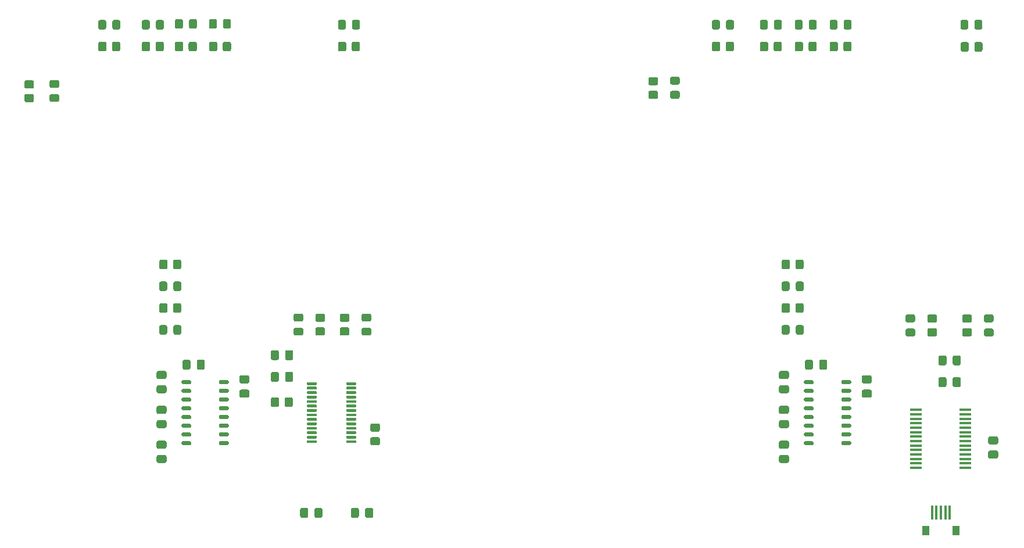
<source format=gbr>
%TF.GenerationSoftware,KiCad,Pcbnew,(5.1.9)-1*%
%TF.CreationDate,2021-10-15T17:24:20-04:00*%
%TF.ProjectId,Combined boards for stencil,436f6d62-696e-4656-9420-626f61726473,rev?*%
%TF.SameCoordinates,Original*%
%TF.FileFunction,Paste,Top*%
%TF.FilePolarity,Positive*%
%FSLAX46Y46*%
G04 Gerber Fmt 4.6, Leading zero omitted, Abs format (unit mm)*
G04 Created by KiCad (PCBNEW (5.1.9)-1) date 2021-10-15 17:24:20*
%MOMM*%
%LPD*%
G01*
G04 APERTURE LIST*
%ADD10R,1.750000X0.450000*%
%ADD11R,1.100000X1.350000*%
%ADD12R,0.400000X2.000000*%
G04 APERTURE END LIST*
%TO.C,R12*%
G36*
G01*
X119145000Y-77031001D02*
X119145000Y-76130999D01*
G75*
G02*
X119394999Y-75881000I249999J0D01*
G01*
X120095001Y-75881000D01*
G75*
G02*
X120345000Y-76130999I0J-249999D01*
G01*
X120345000Y-77031001D01*
G75*
G02*
X120095001Y-77281000I-249999J0D01*
G01*
X119394999Y-77281000D01*
G75*
G02*
X119145000Y-77031001I0J249999D01*
G01*
G37*
G36*
G01*
X117145000Y-77031001D02*
X117145000Y-76130999D01*
G75*
G02*
X117394999Y-75881000I249999J0D01*
G01*
X118095001Y-75881000D01*
G75*
G02*
X118345000Y-76130999I0J-249999D01*
G01*
X118345000Y-77031001D01*
G75*
G02*
X118095001Y-77281000I-249999J0D01*
G01*
X117394999Y-77281000D01*
G75*
G02*
X117145000Y-77031001I0J249999D01*
G01*
G37*
%TD*%
%TO.C,R11*%
G36*
G01*
X71709999Y-83504000D02*
X72610001Y-83504000D01*
G75*
G02*
X72860000Y-83753999I0J-249999D01*
G01*
X72860000Y-84454001D01*
G75*
G02*
X72610001Y-84704000I-249999J0D01*
G01*
X71709999Y-84704000D01*
G75*
G02*
X71460000Y-84454001I0J249999D01*
G01*
X71460000Y-83753999D01*
G75*
G02*
X71709999Y-83504000I249999J0D01*
G01*
G37*
G36*
G01*
X71709999Y-81504000D02*
X72610001Y-81504000D01*
G75*
G02*
X72860000Y-81753999I0J-249999D01*
G01*
X72860000Y-82454001D01*
G75*
G02*
X72610001Y-82704000I-249999J0D01*
G01*
X71709999Y-82704000D01*
G75*
G02*
X71460000Y-82454001I0J249999D01*
G01*
X71460000Y-81753999D01*
G75*
G02*
X71709999Y-81504000I249999J0D01*
G01*
G37*
%TD*%
%TO.C,R10*%
G36*
G01*
X89770000Y-76130999D02*
X89770000Y-77031001D01*
G75*
G02*
X89520001Y-77281000I-249999J0D01*
G01*
X88819999Y-77281000D01*
G75*
G02*
X88570000Y-77031001I0J249999D01*
G01*
X88570000Y-76130999D01*
G75*
G02*
X88819999Y-75881000I249999J0D01*
G01*
X89520001Y-75881000D01*
G75*
G02*
X89770000Y-76130999I0J-249999D01*
G01*
G37*
G36*
G01*
X91770000Y-76130999D02*
X91770000Y-77031001D01*
G75*
G02*
X91520001Y-77281000I-249999J0D01*
G01*
X90819999Y-77281000D01*
G75*
G02*
X90570000Y-77031001I0J249999D01*
G01*
X90570000Y-76130999D01*
G75*
G02*
X90819999Y-75881000I249999J0D01*
G01*
X91520001Y-75881000D01*
G75*
G02*
X91770000Y-76130999I0J-249999D01*
G01*
G37*
%TD*%
%TO.C,R9*%
G36*
G01*
X83420000Y-76130999D02*
X83420000Y-77031001D01*
G75*
G02*
X83170001Y-77281000I-249999J0D01*
G01*
X82469999Y-77281000D01*
G75*
G02*
X82220000Y-77031001I0J249999D01*
G01*
X82220000Y-76130999D01*
G75*
G02*
X82469999Y-75881000I249999J0D01*
G01*
X83170001Y-75881000D01*
G75*
G02*
X83420000Y-76130999I0J-249999D01*
G01*
G37*
G36*
G01*
X85420000Y-76130999D02*
X85420000Y-77031001D01*
G75*
G02*
X85170001Y-77281000I-249999J0D01*
G01*
X84469999Y-77281000D01*
G75*
G02*
X84220000Y-77031001I0J249999D01*
G01*
X84220000Y-76130999D01*
G75*
G02*
X84469999Y-75881000I249999J0D01*
G01*
X85170001Y-75881000D01*
G75*
G02*
X85420000Y-76130999I0J-249999D01*
G01*
G37*
%TD*%
%TO.C,D12*%
G36*
G01*
X119195000Y-73856001D02*
X119195000Y-72955999D01*
G75*
G02*
X119444999Y-72706000I249999J0D01*
G01*
X120095001Y-72706000D01*
G75*
G02*
X120345000Y-72955999I0J-249999D01*
G01*
X120345000Y-73856001D01*
G75*
G02*
X120095001Y-74106000I-249999J0D01*
G01*
X119444999Y-74106000D01*
G75*
G02*
X119195000Y-73856001I0J249999D01*
G01*
G37*
G36*
G01*
X117145000Y-73856001D02*
X117145000Y-72955999D01*
G75*
G02*
X117394999Y-72706000I249999J0D01*
G01*
X118045001Y-72706000D01*
G75*
G02*
X118295000Y-72955999I0J-249999D01*
G01*
X118295000Y-73856001D01*
G75*
G02*
X118045001Y-74106000I-249999J0D01*
G01*
X117394999Y-74106000D01*
G75*
G02*
X117145000Y-73856001I0J249999D01*
G01*
G37*
%TD*%
%TO.C,D11*%
G36*
G01*
X75368999Y-83508000D02*
X76269001Y-83508000D01*
G75*
G02*
X76519000Y-83757999I0J-249999D01*
G01*
X76519000Y-84408001D01*
G75*
G02*
X76269001Y-84658000I-249999J0D01*
G01*
X75368999Y-84658000D01*
G75*
G02*
X75119000Y-84408001I0J249999D01*
G01*
X75119000Y-83757999D01*
G75*
G02*
X75368999Y-83508000I249999J0D01*
G01*
G37*
G36*
G01*
X75368999Y-81458000D02*
X76269001Y-81458000D01*
G75*
G02*
X76519000Y-81707999I0J-249999D01*
G01*
X76519000Y-82358001D01*
G75*
G02*
X76269001Y-82608000I-249999J0D01*
G01*
X75368999Y-82608000D01*
G75*
G02*
X75119000Y-82358001I0J249999D01*
G01*
X75119000Y-81707999D01*
G75*
G02*
X75368999Y-81458000I249999J0D01*
G01*
G37*
%TD*%
%TO.C,D10*%
G36*
G01*
X89720000Y-72955999D02*
X89720000Y-73856001D01*
G75*
G02*
X89470001Y-74106000I-249999J0D01*
G01*
X88819999Y-74106000D01*
G75*
G02*
X88570000Y-73856001I0J249999D01*
G01*
X88570000Y-72955999D01*
G75*
G02*
X88819999Y-72706000I249999J0D01*
G01*
X89470001Y-72706000D01*
G75*
G02*
X89720000Y-72955999I0J-249999D01*
G01*
G37*
G36*
G01*
X91770000Y-72955999D02*
X91770000Y-73856001D01*
G75*
G02*
X91520001Y-74106000I-249999J0D01*
G01*
X90869999Y-74106000D01*
G75*
G02*
X90620000Y-73856001I0J249999D01*
G01*
X90620000Y-72955999D01*
G75*
G02*
X90869999Y-72706000I249999J0D01*
G01*
X91520001Y-72706000D01*
G75*
G02*
X91770000Y-72955999I0J-249999D01*
G01*
G37*
%TD*%
%TO.C,D9*%
G36*
G01*
X83370000Y-72955999D02*
X83370000Y-73856001D01*
G75*
G02*
X83120001Y-74106000I-249999J0D01*
G01*
X82469999Y-74106000D01*
G75*
G02*
X82220000Y-73856001I0J249999D01*
G01*
X82220000Y-72955999D01*
G75*
G02*
X82469999Y-72706000I249999J0D01*
G01*
X83120001Y-72706000D01*
G75*
G02*
X83370000Y-72955999I0J-249999D01*
G01*
G37*
G36*
G01*
X85420000Y-72955999D02*
X85420000Y-73856001D01*
G75*
G02*
X85170001Y-74106000I-249999J0D01*
G01*
X84519999Y-74106000D01*
G75*
G02*
X84270000Y-73856001I0J249999D01*
G01*
X84270000Y-72955999D01*
G75*
G02*
X84519999Y-72706000I249999J0D01*
G01*
X85170001Y-72706000D01*
G75*
G02*
X85420000Y-72955999I0J-249999D01*
G01*
G37*
%TD*%
%TO.C,C7*%
G36*
G01*
X109437500Y-122014000D02*
X109437500Y-121064000D01*
G75*
G02*
X109687500Y-120814000I250000J0D01*
G01*
X110362500Y-120814000D01*
G75*
G02*
X110612500Y-121064000I0J-250000D01*
G01*
X110612500Y-122014000D01*
G75*
G02*
X110362500Y-122264000I-250000J0D01*
G01*
X109687500Y-122264000D01*
G75*
G02*
X109437500Y-122014000I0J250000D01*
G01*
G37*
G36*
G01*
X107362500Y-122014000D02*
X107362500Y-121064000D01*
G75*
G02*
X107612500Y-120814000I250000J0D01*
G01*
X108287500Y-120814000D01*
G75*
G02*
X108537500Y-121064000I0J-250000D01*
G01*
X108537500Y-122014000D01*
G75*
G02*
X108287500Y-122264000I-250000J0D01*
G01*
X107612500Y-122264000D01*
G75*
G02*
X107362500Y-122014000I0J250000D01*
G01*
G37*
%TD*%
%TO.C,C6*%
G36*
G01*
X109437500Y-125189000D02*
X109437500Y-124239000D01*
G75*
G02*
X109687500Y-123989000I250000J0D01*
G01*
X110362500Y-123989000D01*
G75*
G02*
X110612500Y-124239000I0J-250000D01*
G01*
X110612500Y-125189000D01*
G75*
G02*
X110362500Y-125439000I-250000J0D01*
G01*
X109687500Y-125439000D01*
G75*
G02*
X109437500Y-125189000I0J250000D01*
G01*
G37*
G36*
G01*
X107362500Y-125189000D02*
X107362500Y-124239000D01*
G75*
G02*
X107612500Y-123989000I250000J0D01*
G01*
X108287500Y-123989000D01*
G75*
G02*
X108537500Y-124239000I0J-250000D01*
G01*
X108537500Y-125189000D01*
G75*
G02*
X108287500Y-125439000I-250000J0D01*
G01*
X107612500Y-125439000D01*
G75*
G02*
X107362500Y-125189000I0J250000D01*
G01*
G37*
%TD*%
%TO.C,U3*%
G36*
G01*
X118330000Y-125796000D02*
X118330000Y-125596000D01*
G75*
G02*
X118430000Y-125496000I100000J0D01*
G01*
X119705000Y-125496000D01*
G75*
G02*
X119805000Y-125596000I0J-100000D01*
G01*
X119805000Y-125796000D01*
G75*
G02*
X119705000Y-125896000I-100000J0D01*
G01*
X118430000Y-125896000D01*
G75*
G02*
X118330000Y-125796000I0J100000D01*
G01*
G37*
G36*
G01*
X118330000Y-126446000D02*
X118330000Y-126246000D01*
G75*
G02*
X118430000Y-126146000I100000J0D01*
G01*
X119705000Y-126146000D01*
G75*
G02*
X119805000Y-126246000I0J-100000D01*
G01*
X119805000Y-126446000D01*
G75*
G02*
X119705000Y-126546000I-100000J0D01*
G01*
X118430000Y-126546000D01*
G75*
G02*
X118330000Y-126446000I0J100000D01*
G01*
G37*
G36*
G01*
X118330000Y-127096000D02*
X118330000Y-126896000D01*
G75*
G02*
X118430000Y-126796000I100000J0D01*
G01*
X119705000Y-126796000D01*
G75*
G02*
X119805000Y-126896000I0J-100000D01*
G01*
X119805000Y-127096000D01*
G75*
G02*
X119705000Y-127196000I-100000J0D01*
G01*
X118430000Y-127196000D01*
G75*
G02*
X118330000Y-127096000I0J100000D01*
G01*
G37*
G36*
G01*
X118330000Y-127746000D02*
X118330000Y-127546000D01*
G75*
G02*
X118430000Y-127446000I100000J0D01*
G01*
X119705000Y-127446000D01*
G75*
G02*
X119805000Y-127546000I0J-100000D01*
G01*
X119805000Y-127746000D01*
G75*
G02*
X119705000Y-127846000I-100000J0D01*
G01*
X118430000Y-127846000D01*
G75*
G02*
X118330000Y-127746000I0J100000D01*
G01*
G37*
G36*
G01*
X118330000Y-128396000D02*
X118330000Y-128196000D01*
G75*
G02*
X118430000Y-128096000I100000J0D01*
G01*
X119705000Y-128096000D01*
G75*
G02*
X119805000Y-128196000I0J-100000D01*
G01*
X119805000Y-128396000D01*
G75*
G02*
X119705000Y-128496000I-100000J0D01*
G01*
X118430000Y-128496000D01*
G75*
G02*
X118330000Y-128396000I0J100000D01*
G01*
G37*
G36*
G01*
X118330000Y-129046000D02*
X118330000Y-128846000D01*
G75*
G02*
X118430000Y-128746000I100000J0D01*
G01*
X119705000Y-128746000D01*
G75*
G02*
X119805000Y-128846000I0J-100000D01*
G01*
X119805000Y-129046000D01*
G75*
G02*
X119705000Y-129146000I-100000J0D01*
G01*
X118430000Y-129146000D01*
G75*
G02*
X118330000Y-129046000I0J100000D01*
G01*
G37*
G36*
G01*
X118330000Y-129696000D02*
X118330000Y-129496000D01*
G75*
G02*
X118430000Y-129396000I100000J0D01*
G01*
X119705000Y-129396000D01*
G75*
G02*
X119805000Y-129496000I0J-100000D01*
G01*
X119805000Y-129696000D01*
G75*
G02*
X119705000Y-129796000I-100000J0D01*
G01*
X118430000Y-129796000D01*
G75*
G02*
X118330000Y-129696000I0J100000D01*
G01*
G37*
G36*
G01*
X118330000Y-130346000D02*
X118330000Y-130146000D01*
G75*
G02*
X118430000Y-130046000I100000J0D01*
G01*
X119705000Y-130046000D01*
G75*
G02*
X119805000Y-130146000I0J-100000D01*
G01*
X119805000Y-130346000D01*
G75*
G02*
X119705000Y-130446000I-100000J0D01*
G01*
X118430000Y-130446000D01*
G75*
G02*
X118330000Y-130346000I0J100000D01*
G01*
G37*
G36*
G01*
X118330000Y-130996000D02*
X118330000Y-130796000D01*
G75*
G02*
X118430000Y-130696000I100000J0D01*
G01*
X119705000Y-130696000D01*
G75*
G02*
X119805000Y-130796000I0J-100000D01*
G01*
X119805000Y-130996000D01*
G75*
G02*
X119705000Y-131096000I-100000J0D01*
G01*
X118430000Y-131096000D01*
G75*
G02*
X118330000Y-130996000I0J100000D01*
G01*
G37*
G36*
G01*
X118330000Y-131646000D02*
X118330000Y-131446000D01*
G75*
G02*
X118430000Y-131346000I100000J0D01*
G01*
X119705000Y-131346000D01*
G75*
G02*
X119805000Y-131446000I0J-100000D01*
G01*
X119805000Y-131646000D01*
G75*
G02*
X119705000Y-131746000I-100000J0D01*
G01*
X118430000Y-131746000D01*
G75*
G02*
X118330000Y-131646000I0J100000D01*
G01*
G37*
G36*
G01*
X118330000Y-132296000D02*
X118330000Y-132096000D01*
G75*
G02*
X118430000Y-131996000I100000J0D01*
G01*
X119705000Y-131996000D01*
G75*
G02*
X119805000Y-132096000I0J-100000D01*
G01*
X119805000Y-132296000D01*
G75*
G02*
X119705000Y-132396000I-100000J0D01*
G01*
X118430000Y-132396000D01*
G75*
G02*
X118330000Y-132296000I0J100000D01*
G01*
G37*
G36*
G01*
X118330000Y-132946000D02*
X118330000Y-132746000D01*
G75*
G02*
X118430000Y-132646000I100000J0D01*
G01*
X119705000Y-132646000D01*
G75*
G02*
X119805000Y-132746000I0J-100000D01*
G01*
X119805000Y-132946000D01*
G75*
G02*
X119705000Y-133046000I-100000J0D01*
G01*
X118430000Y-133046000D01*
G75*
G02*
X118330000Y-132946000I0J100000D01*
G01*
G37*
G36*
G01*
X118330000Y-133596000D02*
X118330000Y-133396000D01*
G75*
G02*
X118430000Y-133296000I100000J0D01*
G01*
X119705000Y-133296000D01*
G75*
G02*
X119805000Y-133396000I0J-100000D01*
G01*
X119805000Y-133596000D01*
G75*
G02*
X119705000Y-133696000I-100000J0D01*
G01*
X118430000Y-133696000D01*
G75*
G02*
X118330000Y-133596000I0J100000D01*
G01*
G37*
G36*
G01*
X118330000Y-134246000D02*
X118330000Y-134046000D01*
G75*
G02*
X118430000Y-133946000I100000J0D01*
G01*
X119705000Y-133946000D01*
G75*
G02*
X119805000Y-134046000I0J-100000D01*
G01*
X119805000Y-134246000D01*
G75*
G02*
X119705000Y-134346000I-100000J0D01*
G01*
X118430000Y-134346000D01*
G75*
G02*
X118330000Y-134246000I0J100000D01*
G01*
G37*
G36*
G01*
X112605000Y-134246000D02*
X112605000Y-134046000D01*
G75*
G02*
X112705000Y-133946000I100000J0D01*
G01*
X113980000Y-133946000D01*
G75*
G02*
X114080000Y-134046000I0J-100000D01*
G01*
X114080000Y-134246000D01*
G75*
G02*
X113980000Y-134346000I-100000J0D01*
G01*
X112705000Y-134346000D01*
G75*
G02*
X112605000Y-134246000I0J100000D01*
G01*
G37*
G36*
G01*
X112605000Y-133596000D02*
X112605000Y-133396000D01*
G75*
G02*
X112705000Y-133296000I100000J0D01*
G01*
X113980000Y-133296000D01*
G75*
G02*
X114080000Y-133396000I0J-100000D01*
G01*
X114080000Y-133596000D01*
G75*
G02*
X113980000Y-133696000I-100000J0D01*
G01*
X112705000Y-133696000D01*
G75*
G02*
X112605000Y-133596000I0J100000D01*
G01*
G37*
G36*
G01*
X112605000Y-132946000D02*
X112605000Y-132746000D01*
G75*
G02*
X112705000Y-132646000I100000J0D01*
G01*
X113980000Y-132646000D01*
G75*
G02*
X114080000Y-132746000I0J-100000D01*
G01*
X114080000Y-132946000D01*
G75*
G02*
X113980000Y-133046000I-100000J0D01*
G01*
X112705000Y-133046000D01*
G75*
G02*
X112605000Y-132946000I0J100000D01*
G01*
G37*
G36*
G01*
X112605000Y-132296000D02*
X112605000Y-132096000D01*
G75*
G02*
X112705000Y-131996000I100000J0D01*
G01*
X113980000Y-131996000D01*
G75*
G02*
X114080000Y-132096000I0J-100000D01*
G01*
X114080000Y-132296000D01*
G75*
G02*
X113980000Y-132396000I-100000J0D01*
G01*
X112705000Y-132396000D01*
G75*
G02*
X112605000Y-132296000I0J100000D01*
G01*
G37*
G36*
G01*
X112605000Y-131646000D02*
X112605000Y-131446000D01*
G75*
G02*
X112705000Y-131346000I100000J0D01*
G01*
X113980000Y-131346000D01*
G75*
G02*
X114080000Y-131446000I0J-100000D01*
G01*
X114080000Y-131646000D01*
G75*
G02*
X113980000Y-131746000I-100000J0D01*
G01*
X112705000Y-131746000D01*
G75*
G02*
X112605000Y-131646000I0J100000D01*
G01*
G37*
G36*
G01*
X112605000Y-130996000D02*
X112605000Y-130796000D01*
G75*
G02*
X112705000Y-130696000I100000J0D01*
G01*
X113980000Y-130696000D01*
G75*
G02*
X114080000Y-130796000I0J-100000D01*
G01*
X114080000Y-130996000D01*
G75*
G02*
X113980000Y-131096000I-100000J0D01*
G01*
X112705000Y-131096000D01*
G75*
G02*
X112605000Y-130996000I0J100000D01*
G01*
G37*
G36*
G01*
X112605000Y-130346000D02*
X112605000Y-130146000D01*
G75*
G02*
X112705000Y-130046000I100000J0D01*
G01*
X113980000Y-130046000D01*
G75*
G02*
X114080000Y-130146000I0J-100000D01*
G01*
X114080000Y-130346000D01*
G75*
G02*
X113980000Y-130446000I-100000J0D01*
G01*
X112705000Y-130446000D01*
G75*
G02*
X112605000Y-130346000I0J100000D01*
G01*
G37*
G36*
G01*
X112605000Y-129696000D02*
X112605000Y-129496000D01*
G75*
G02*
X112705000Y-129396000I100000J0D01*
G01*
X113980000Y-129396000D01*
G75*
G02*
X114080000Y-129496000I0J-100000D01*
G01*
X114080000Y-129696000D01*
G75*
G02*
X113980000Y-129796000I-100000J0D01*
G01*
X112705000Y-129796000D01*
G75*
G02*
X112605000Y-129696000I0J100000D01*
G01*
G37*
G36*
G01*
X112605000Y-129046000D02*
X112605000Y-128846000D01*
G75*
G02*
X112705000Y-128746000I100000J0D01*
G01*
X113980000Y-128746000D01*
G75*
G02*
X114080000Y-128846000I0J-100000D01*
G01*
X114080000Y-129046000D01*
G75*
G02*
X113980000Y-129146000I-100000J0D01*
G01*
X112705000Y-129146000D01*
G75*
G02*
X112605000Y-129046000I0J100000D01*
G01*
G37*
G36*
G01*
X112605000Y-128396000D02*
X112605000Y-128196000D01*
G75*
G02*
X112705000Y-128096000I100000J0D01*
G01*
X113980000Y-128096000D01*
G75*
G02*
X114080000Y-128196000I0J-100000D01*
G01*
X114080000Y-128396000D01*
G75*
G02*
X113980000Y-128496000I-100000J0D01*
G01*
X112705000Y-128496000D01*
G75*
G02*
X112605000Y-128396000I0J100000D01*
G01*
G37*
G36*
G01*
X112605000Y-127746000D02*
X112605000Y-127546000D01*
G75*
G02*
X112705000Y-127446000I100000J0D01*
G01*
X113980000Y-127446000D01*
G75*
G02*
X114080000Y-127546000I0J-100000D01*
G01*
X114080000Y-127746000D01*
G75*
G02*
X113980000Y-127846000I-100000J0D01*
G01*
X112705000Y-127846000D01*
G75*
G02*
X112605000Y-127746000I0J100000D01*
G01*
G37*
G36*
G01*
X112605000Y-127096000D02*
X112605000Y-126896000D01*
G75*
G02*
X112705000Y-126796000I100000J0D01*
G01*
X113980000Y-126796000D01*
G75*
G02*
X114080000Y-126896000I0J-100000D01*
G01*
X114080000Y-127096000D01*
G75*
G02*
X113980000Y-127196000I-100000J0D01*
G01*
X112705000Y-127196000D01*
G75*
G02*
X112605000Y-127096000I0J100000D01*
G01*
G37*
G36*
G01*
X112605000Y-126446000D02*
X112605000Y-126246000D01*
G75*
G02*
X112705000Y-126146000I100000J0D01*
G01*
X113980000Y-126146000D01*
G75*
G02*
X114080000Y-126246000I0J-100000D01*
G01*
X114080000Y-126446000D01*
G75*
G02*
X113980000Y-126546000I-100000J0D01*
G01*
X112705000Y-126546000D01*
G75*
G02*
X112605000Y-126446000I0J100000D01*
G01*
G37*
G36*
G01*
X112605000Y-125796000D02*
X112605000Y-125596000D01*
G75*
G02*
X112705000Y-125496000I100000J0D01*
G01*
X113980000Y-125496000D01*
G75*
G02*
X114080000Y-125596000I0J-100000D01*
G01*
X114080000Y-125796000D01*
G75*
G02*
X113980000Y-125896000I-100000J0D01*
G01*
X112705000Y-125896000D01*
G75*
G02*
X112605000Y-125796000I0J100000D01*
G01*
G37*
%TD*%
%TO.C,R8*%
G36*
G01*
X109366000Y-128847001D02*
X109366000Y-127946999D01*
G75*
G02*
X109615999Y-127697000I249999J0D01*
G01*
X110316001Y-127697000D01*
G75*
G02*
X110566000Y-127946999I0J-249999D01*
G01*
X110566000Y-128847001D01*
G75*
G02*
X110316001Y-129097000I-249999J0D01*
G01*
X109615999Y-129097000D01*
G75*
G02*
X109366000Y-128847001I0J249999D01*
G01*
G37*
G36*
G01*
X107366000Y-128847001D02*
X107366000Y-127946999D01*
G75*
G02*
X107615999Y-127697000I249999J0D01*
G01*
X108316001Y-127697000D01*
G75*
G02*
X108566000Y-127946999I0J-249999D01*
G01*
X108566000Y-128847001D01*
G75*
G02*
X108316001Y-129097000I-249999J0D01*
G01*
X107615999Y-129097000D01*
G75*
G02*
X107366000Y-128847001I0J249999D01*
G01*
G37*
%TD*%
%TO.C,R7*%
G36*
G01*
X122104999Y-133496000D02*
X123005001Y-133496000D01*
G75*
G02*
X123255000Y-133745999I0J-249999D01*
G01*
X123255000Y-134446001D01*
G75*
G02*
X123005001Y-134696000I-249999J0D01*
G01*
X122104999Y-134696000D01*
G75*
G02*
X121855000Y-134446001I0J249999D01*
G01*
X121855000Y-133745999D01*
G75*
G02*
X122104999Y-133496000I249999J0D01*
G01*
G37*
G36*
G01*
X122104999Y-131496000D02*
X123005001Y-131496000D01*
G75*
G02*
X123255000Y-131745999I0J-249999D01*
G01*
X123255000Y-132446001D01*
G75*
G02*
X123005001Y-132696000I-249999J0D01*
G01*
X122104999Y-132696000D01*
G75*
G02*
X121855000Y-132446001I0J249999D01*
G01*
X121855000Y-131745999D01*
G75*
G02*
X122104999Y-131496000I249999J0D01*
G01*
G37*
%TD*%
%TO.C,C9*%
G36*
G01*
X112812500Y-144051000D02*
X112812500Y-145001000D01*
G75*
G02*
X112562500Y-145251000I-250000J0D01*
G01*
X111887500Y-145251000D01*
G75*
G02*
X111637500Y-145001000I0J250000D01*
G01*
X111637500Y-144051000D01*
G75*
G02*
X111887500Y-143801000I250000J0D01*
G01*
X112562500Y-143801000D01*
G75*
G02*
X112812500Y-144051000I0J-250000D01*
G01*
G37*
G36*
G01*
X114887500Y-144051000D02*
X114887500Y-145001000D01*
G75*
G02*
X114637500Y-145251000I-250000J0D01*
G01*
X113962500Y-145251000D01*
G75*
G02*
X113712500Y-145001000I0J250000D01*
G01*
X113712500Y-144051000D01*
G75*
G02*
X113962500Y-143801000I250000J0D01*
G01*
X114637500Y-143801000D01*
G75*
G02*
X114887500Y-144051000I0J-250000D01*
G01*
G37*
%TD*%
%TO.C,C8*%
G36*
G01*
X121100000Y-145001000D02*
X121100000Y-144051000D01*
G75*
G02*
X121350000Y-143801000I250000J0D01*
G01*
X122025000Y-143801000D01*
G75*
G02*
X122275000Y-144051000I0J-250000D01*
G01*
X122275000Y-145001000D01*
G75*
G02*
X122025000Y-145251000I-250000J0D01*
G01*
X121350000Y-145251000D01*
G75*
G02*
X121100000Y-145001000I0J250000D01*
G01*
G37*
G36*
G01*
X119025000Y-145001000D02*
X119025000Y-144051000D01*
G75*
G02*
X119275000Y-143801000I250000J0D01*
G01*
X119950000Y-143801000D01*
G75*
G02*
X120200000Y-144051000I0J-250000D01*
G01*
X120200000Y-145001000D01*
G75*
G02*
X119950000Y-145251000I-250000J0D01*
G01*
X119275000Y-145251000D01*
G75*
G02*
X119025000Y-145001000I0J250000D01*
G01*
G37*
%TD*%
%TO.C,R6*%
G36*
G01*
X92310000Y-107880999D02*
X92310000Y-108781001D01*
G75*
G02*
X92060001Y-109031000I-249999J0D01*
G01*
X91359999Y-109031000D01*
G75*
G02*
X91110000Y-108781001I0J249999D01*
G01*
X91110000Y-107880999D01*
G75*
G02*
X91359999Y-107631000I249999J0D01*
G01*
X92060001Y-107631000D01*
G75*
G02*
X92310000Y-107880999I0J-249999D01*
G01*
G37*
G36*
G01*
X94310000Y-107880999D02*
X94310000Y-108781001D01*
G75*
G02*
X94060001Y-109031000I-249999J0D01*
G01*
X93359999Y-109031000D01*
G75*
G02*
X93110000Y-108781001I0J249999D01*
G01*
X93110000Y-107880999D01*
G75*
G02*
X93359999Y-107631000I249999J0D01*
G01*
X94060001Y-107631000D01*
G75*
G02*
X94310000Y-107880999I0J-249999D01*
G01*
G37*
%TD*%
%TO.C,R5*%
G36*
G01*
X92310000Y-114230999D02*
X92310000Y-115131001D01*
G75*
G02*
X92060001Y-115381000I-249999J0D01*
G01*
X91359999Y-115381000D01*
G75*
G02*
X91110000Y-115131001I0J249999D01*
G01*
X91110000Y-114230999D01*
G75*
G02*
X91359999Y-113981000I249999J0D01*
G01*
X92060001Y-113981000D01*
G75*
G02*
X92310000Y-114230999I0J-249999D01*
G01*
G37*
G36*
G01*
X94310000Y-114230999D02*
X94310000Y-115131001D01*
G75*
G02*
X94060001Y-115381000I-249999J0D01*
G01*
X93359999Y-115381000D01*
G75*
G02*
X93110000Y-115131001I0J249999D01*
G01*
X93110000Y-114230999D01*
G75*
G02*
X93359999Y-113981000I249999J0D01*
G01*
X94060001Y-113981000D01*
G75*
G02*
X94310000Y-114230999I0J-249999D01*
G01*
G37*
%TD*%
%TO.C,R4*%
G36*
G01*
X94580000Y-76130999D02*
X94580000Y-77031001D01*
G75*
G02*
X94330001Y-77281000I-249999J0D01*
G01*
X93629999Y-77281000D01*
G75*
G02*
X93380000Y-77031001I0J249999D01*
G01*
X93380000Y-76130999D01*
G75*
G02*
X93629999Y-75881000I249999J0D01*
G01*
X94330001Y-75881000D01*
G75*
G02*
X94580000Y-76130999I0J-249999D01*
G01*
G37*
G36*
G01*
X96580000Y-76130999D02*
X96580000Y-77031001D01*
G75*
G02*
X96330001Y-77281000I-249999J0D01*
G01*
X95629999Y-77281000D01*
G75*
G02*
X95380000Y-77031001I0J249999D01*
G01*
X95380000Y-76130999D01*
G75*
G02*
X95629999Y-75881000I249999J0D01*
G01*
X96330001Y-75881000D01*
G75*
G02*
X96580000Y-76130999I0J-249999D01*
G01*
G37*
%TD*%
%TO.C,R3*%
G36*
G01*
X99565000Y-76130999D02*
X99565000Y-77031001D01*
G75*
G02*
X99315001Y-77281000I-249999J0D01*
G01*
X98614999Y-77281000D01*
G75*
G02*
X98365000Y-77031001I0J249999D01*
G01*
X98365000Y-76130999D01*
G75*
G02*
X98614999Y-75881000I249999J0D01*
G01*
X99315001Y-75881000D01*
G75*
G02*
X99565000Y-76130999I0J-249999D01*
G01*
G37*
G36*
G01*
X101565000Y-76130999D02*
X101565000Y-77031001D01*
G75*
G02*
X101315001Y-77281000I-249999J0D01*
G01*
X100614999Y-77281000D01*
G75*
G02*
X100365000Y-77031001I0J249999D01*
G01*
X100365000Y-76130999D01*
G75*
G02*
X100614999Y-75881000I249999J0D01*
G01*
X101315001Y-75881000D01*
G75*
G02*
X101565000Y-76130999I0J-249999D01*
G01*
G37*
%TD*%
%TO.C,R2*%
G36*
G01*
X114103999Y-117494000D02*
X115004001Y-117494000D01*
G75*
G02*
X115254000Y-117743999I0J-249999D01*
G01*
X115254000Y-118444001D01*
G75*
G02*
X115004001Y-118694000I-249999J0D01*
G01*
X114103999Y-118694000D01*
G75*
G02*
X113854000Y-118444001I0J249999D01*
G01*
X113854000Y-117743999D01*
G75*
G02*
X114103999Y-117494000I249999J0D01*
G01*
G37*
G36*
G01*
X114103999Y-115494000D02*
X115004001Y-115494000D01*
G75*
G02*
X115254000Y-115743999I0J-249999D01*
G01*
X115254000Y-116444001D01*
G75*
G02*
X115004001Y-116694000I-249999J0D01*
G01*
X114103999Y-116694000D01*
G75*
G02*
X113854000Y-116444001I0J249999D01*
G01*
X113854000Y-115743999D01*
G75*
G02*
X114103999Y-115494000I249999J0D01*
G01*
G37*
%TD*%
%TO.C,R1*%
G36*
G01*
X117659999Y-117494000D02*
X118560001Y-117494000D01*
G75*
G02*
X118810000Y-117743999I0J-249999D01*
G01*
X118810000Y-118444001D01*
G75*
G02*
X118560001Y-118694000I-249999J0D01*
G01*
X117659999Y-118694000D01*
G75*
G02*
X117410000Y-118444001I0J249999D01*
G01*
X117410000Y-117743999D01*
G75*
G02*
X117659999Y-117494000I249999J0D01*
G01*
G37*
G36*
G01*
X117659999Y-115494000D02*
X118560001Y-115494000D01*
G75*
G02*
X118810000Y-115743999I0J-249999D01*
G01*
X118810000Y-116444001D01*
G75*
G02*
X118560001Y-116694000I-249999J0D01*
G01*
X117659999Y-116694000D01*
G75*
G02*
X117410000Y-116444001I0J249999D01*
G01*
X117410000Y-115743999D01*
G75*
G02*
X117659999Y-115494000I249999J0D01*
G01*
G37*
%TD*%
%TO.C,D6*%
G36*
G01*
X92260000Y-111055999D02*
X92260000Y-111956001D01*
G75*
G02*
X92010001Y-112206000I-249999J0D01*
G01*
X91359999Y-112206000D01*
G75*
G02*
X91110000Y-111956001I0J249999D01*
G01*
X91110000Y-111055999D01*
G75*
G02*
X91359999Y-110806000I249999J0D01*
G01*
X92010001Y-110806000D01*
G75*
G02*
X92260000Y-111055999I0J-249999D01*
G01*
G37*
G36*
G01*
X94310000Y-111055999D02*
X94310000Y-111956001D01*
G75*
G02*
X94060001Y-112206000I-249999J0D01*
G01*
X93409999Y-112206000D01*
G75*
G02*
X93160000Y-111956001I0J249999D01*
G01*
X93160000Y-111055999D01*
G75*
G02*
X93409999Y-110806000I249999J0D01*
G01*
X94060001Y-110806000D01*
G75*
G02*
X94310000Y-111055999I0J-249999D01*
G01*
G37*
%TD*%
%TO.C,D5*%
G36*
G01*
X92260000Y-117405999D02*
X92260000Y-118306001D01*
G75*
G02*
X92010001Y-118556000I-249999J0D01*
G01*
X91359999Y-118556000D01*
G75*
G02*
X91110000Y-118306001I0J249999D01*
G01*
X91110000Y-117405999D01*
G75*
G02*
X91359999Y-117156000I249999J0D01*
G01*
X92010001Y-117156000D01*
G75*
G02*
X92260000Y-117405999I0J-249999D01*
G01*
G37*
G36*
G01*
X94310000Y-117405999D02*
X94310000Y-118306001D01*
G75*
G02*
X94060001Y-118556000I-249999J0D01*
G01*
X93409999Y-118556000D01*
G75*
G02*
X93160000Y-118306001I0J249999D01*
G01*
X93160000Y-117405999D01*
G75*
G02*
X93409999Y-117156000I249999J0D01*
G01*
X94060001Y-117156000D01*
G75*
G02*
X94310000Y-117405999I0J-249999D01*
G01*
G37*
%TD*%
%TO.C,D4*%
G36*
G01*
X94546000Y-72828999D02*
X94546000Y-73729001D01*
G75*
G02*
X94296001Y-73979000I-249999J0D01*
G01*
X93645999Y-73979000D01*
G75*
G02*
X93396000Y-73729001I0J249999D01*
G01*
X93396000Y-72828999D01*
G75*
G02*
X93645999Y-72579000I249999J0D01*
G01*
X94296001Y-72579000D01*
G75*
G02*
X94546000Y-72828999I0J-249999D01*
G01*
G37*
G36*
G01*
X96596000Y-72828999D02*
X96596000Y-73729001D01*
G75*
G02*
X96346001Y-73979000I-249999J0D01*
G01*
X95695999Y-73979000D01*
G75*
G02*
X95446000Y-73729001I0J249999D01*
G01*
X95446000Y-72828999D01*
G75*
G02*
X95695999Y-72579000I249999J0D01*
G01*
X96346001Y-72579000D01*
G75*
G02*
X96596000Y-72828999I0J-249999D01*
G01*
G37*
%TD*%
%TO.C,D3*%
G36*
G01*
X99499000Y-72828999D02*
X99499000Y-73729001D01*
G75*
G02*
X99249001Y-73979000I-249999J0D01*
G01*
X98598999Y-73979000D01*
G75*
G02*
X98349000Y-73729001I0J249999D01*
G01*
X98349000Y-72828999D01*
G75*
G02*
X98598999Y-72579000I249999J0D01*
G01*
X99249001Y-72579000D01*
G75*
G02*
X99499000Y-72828999I0J-249999D01*
G01*
G37*
G36*
G01*
X101549000Y-72828999D02*
X101549000Y-73729001D01*
G75*
G02*
X101299001Y-73979000I-249999J0D01*
G01*
X100648999Y-73979000D01*
G75*
G02*
X100399000Y-73729001I0J249999D01*
G01*
X100399000Y-72828999D01*
G75*
G02*
X100648999Y-72579000I249999J0D01*
G01*
X101299001Y-72579000D01*
G75*
G02*
X101549000Y-72828999I0J-249999D01*
G01*
G37*
%TD*%
%TO.C,D2*%
G36*
G01*
X110928999Y-117544000D02*
X111829001Y-117544000D01*
G75*
G02*
X112079000Y-117793999I0J-249999D01*
G01*
X112079000Y-118444001D01*
G75*
G02*
X111829001Y-118694000I-249999J0D01*
G01*
X110928999Y-118694000D01*
G75*
G02*
X110679000Y-118444001I0J249999D01*
G01*
X110679000Y-117793999D01*
G75*
G02*
X110928999Y-117544000I249999J0D01*
G01*
G37*
G36*
G01*
X110928999Y-115494000D02*
X111829001Y-115494000D01*
G75*
G02*
X112079000Y-115743999I0J-249999D01*
G01*
X112079000Y-116394001D01*
G75*
G02*
X111829001Y-116644000I-249999J0D01*
G01*
X110928999Y-116644000D01*
G75*
G02*
X110679000Y-116394001I0J249999D01*
G01*
X110679000Y-115743999D01*
G75*
G02*
X110928999Y-115494000I249999J0D01*
G01*
G37*
%TD*%
%TO.C,D1*%
G36*
G01*
X120834999Y-117544000D02*
X121735001Y-117544000D01*
G75*
G02*
X121985000Y-117793999I0J-249999D01*
G01*
X121985000Y-118444001D01*
G75*
G02*
X121735001Y-118694000I-249999J0D01*
G01*
X120834999Y-118694000D01*
G75*
G02*
X120585000Y-118444001I0J249999D01*
G01*
X120585000Y-117793999D01*
G75*
G02*
X120834999Y-117544000I249999J0D01*
G01*
G37*
G36*
G01*
X120834999Y-115494000D02*
X121735001Y-115494000D01*
G75*
G02*
X121985000Y-115743999I0J-249999D01*
G01*
X121985000Y-116394001D01*
G75*
G02*
X121735001Y-116644000I-249999J0D01*
G01*
X120834999Y-116644000D01*
G75*
G02*
X120585000Y-116394001I0J249999D01*
G01*
X120585000Y-115743999D01*
G75*
G02*
X120834999Y-115494000I249999J0D01*
G01*
G37*
%TD*%
%TO.C,U2*%
G36*
G01*
X94543996Y-125176001D02*
X95586002Y-125176001D01*
G75*
G02*
X95789999Y-125379998I0J-203997D01*
G01*
X95789999Y-125572002D01*
G75*
G02*
X95586002Y-125775999I-203997J0D01*
G01*
X94543996Y-125775999D01*
G75*
G02*
X94339999Y-125572002I0J203997D01*
G01*
X94339999Y-125379998D01*
G75*
G02*
X94543996Y-125176001I203997J0D01*
G01*
G37*
G36*
G01*
X94543996Y-126446001D02*
X95586002Y-126446001D01*
G75*
G02*
X95789999Y-126649998I0J-203997D01*
G01*
X95789999Y-126842002D01*
G75*
G02*
X95586002Y-127045999I-203997J0D01*
G01*
X94543996Y-127045999D01*
G75*
G02*
X94339999Y-126842002I0J203997D01*
G01*
X94339999Y-126649998D01*
G75*
G02*
X94543996Y-126446001I203997J0D01*
G01*
G37*
G36*
G01*
X94543996Y-127716001D02*
X95586002Y-127716001D01*
G75*
G02*
X95789999Y-127919998I0J-203997D01*
G01*
X95789999Y-128112002D01*
G75*
G02*
X95586002Y-128315999I-203997J0D01*
G01*
X94543996Y-128315999D01*
G75*
G02*
X94339999Y-128112002I0J203997D01*
G01*
X94339999Y-127919998D01*
G75*
G02*
X94543996Y-127716001I203997J0D01*
G01*
G37*
G36*
G01*
X94543996Y-128986001D02*
X95586002Y-128986001D01*
G75*
G02*
X95789999Y-129189998I0J-203997D01*
G01*
X95789999Y-129382002D01*
G75*
G02*
X95586002Y-129585999I-203997J0D01*
G01*
X94543996Y-129585999D01*
G75*
G02*
X94339999Y-129382002I0J203997D01*
G01*
X94339999Y-129189998D01*
G75*
G02*
X94543996Y-128986001I203997J0D01*
G01*
G37*
G36*
G01*
X94543996Y-130256001D02*
X95586002Y-130256001D01*
G75*
G02*
X95789999Y-130459998I0J-203997D01*
G01*
X95789999Y-130652002D01*
G75*
G02*
X95586002Y-130855999I-203997J0D01*
G01*
X94543996Y-130855999D01*
G75*
G02*
X94339999Y-130652002I0J203997D01*
G01*
X94339999Y-130459998D01*
G75*
G02*
X94543996Y-130256001I203997J0D01*
G01*
G37*
G36*
G01*
X94543996Y-131526001D02*
X95586002Y-131526001D01*
G75*
G02*
X95789999Y-131729998I0J-203997D01*
G01*
X95789999Y-131922002D01*
G75*
G02*
X95586002Y-132125999I-203997J0D01*
G01*
X94543996Y-132125999D01*
G75*
G02*
X94339999Y-131922002I0J203997D01*
G01*
X94339999Y-131729998D01*
G75*
G02*
X94543996Y-131526001I203997J0D01*
G01*
G37*
G36*
G01*
X94543996Y-132796001D02*
X95586002Y-132796001D01*
G75*
G02*
X95789999Y-132999998I0J-203997D01*
G01*
X95789999Y-133192002D01*
G75*
G02*
X95586002Y-133395999I-203997J0D01*
G01*
X94543996Y-133395999D01*
G75*
G02*
X94339999Y-133192002I0J203997D01*
G01*
X94339999Y-132999998D01*
G75*
G02*
X94543996Y-132796001I203997J0D01*
G01*
G37*
G36*
G01*
X94543996Y-134066001D02*
X95586002Y-134066001D01*
G75*
G02*
X95789999Y-134269998I0J-203997D01*
G01*
X95789999Y-134462002D01*
G75*
G02*
X95586002Y-134665999I-203997J0D01*
G01*
X94543996Y-134665999D01*
G75*
G02*
X94339999Y-134462002I0J203997D01*
G01*
X94339999Y-134269998D01*
G75*
G02*
X94543996Y-134066001I203997J0D01*
G01*
G37*
G36*
G01*
X99993995Y-125176001D02*
X101036001Y-125176001D01*
G75*
G02*
X101239998Y-125379998I0J-203997D01*
G01*
X101239998Y-125572002D01*
G75*
G02*
X101036001Y-125775999I-203997J0D01*
G01*
X99993995Y-125775999D01*
G75*
G02*
X99789998Y-125572002I0J203997D01*
G01*
X99789998Y-125379998D01*
G75*
G02*
X99993995Y-125176001I203997J0D01*
G01*
G37*
G36*
G01*
X99993995Y-126446001D02*
X101036001Y-126446001D01*
G75*
G02*
X101239998Y-126649998I0J-203997D01*
G01*
X101239998Y-126842002D01*
G75*
G02*
X101036001Y-127045999I-203997J0D01*
G01*
X99993995Y-127045999D01*
G75*
G02*
X99789998Y-126842002I0J203997D01*
G01*
X99789998Y-126649998D01*
G75*
G02*
X99993995Y-126446001I203997J0D01*
G01*
G37*
G36*
G01*
X99993995Y-127716001D02*
X101036001Y-127716001D01*
G75*
G02*
X101239998Y-127919998I0J-203997D01*
G01*
X101239998Y-128112002D01*
G75*
G02*
X101036001Y-128315999I-203997J0D01*
G01*
X99993995Y-128315999D01*
G75*
G02*
X99789998Y-128112002I0J203997D01*
G01*
X99789998Y-127919998D01*
G75*
G02*
X99993995Y-127716001I203997J0D01*
G01*
G37*
G36*
G01*
X99993995Y-128986001D02*
X101036001Y-128986001D01*
G75*
G02*
X101239998Y-129189998I0J-203997D01*
G01*
X101239998Y-129382002D01*
G75*
G02*
X101036001Y-129585999I-203997J0D01*
G01*
X99993995Y-129585999D01*
G75*
G02*
X99789998Y-129382002I0J203997D01*
G01*
X99789998Y-129189998D01*
G75*
G02*
X99993995Y-128986001I203997J0D01*
G01*
G37*
G36*
G01*
X99993995Y-130256001D02*
X101036001Y-130256001D01*
G75*
G02*
X101239998Y-130459998I0J-203997D01*
G01*
X101239998Y-130652002D01*
G75*
G02*
X101036001Y-130855999I-203997J0D01*
G01*
X99993995Y-130855999D01*
G75*
G02*
X99789998Y-130652002I0J203997D01*
G01*
X99789998Y-130459998D01*
G75*
G02*
X99993995Y-130256001I203997J0D01*
G01*
G37*
G36*
G01*
X99993995Y-131526001D02*
X101036001Y-131526001D01*
G75*
G02*
X101239998Y-131729998I0J-203997D01*
G01*
X101239998Y-131922002D01*
G75*
G02*
X101036001Y-132125999I-203997J0D01*
G01*
X99993995Y-132125999D01*
G75*
G02*
X99789998Y-131922002I0J203997D01*
G01*
X99789998Y-131729998D01*
G75*
G02*
X99993995Y-131526001I203997J0D01*
G01*
G37*
G36*
G01*
X99993995Y-132796001D02*
X101036001Y-132796001D01*
G75*
G02*
X101239998Y-132999998I0J-203997D01*
G01*
X101239998Y-133192002D01*
G75*
G02*
X101036001Y-133395999I-203997J0D01*
G01*
X99993995Y-133395999D01*
G75*
G02*
X99789998Y-133192002I0J203997D01*
G01*
X99789998Y-132999998D01*
G75*
G02*
X99993995Y-132796001I203997J0D01*
G01*
G37*
G36*
G01*
X99993995Y-134066001D02*
X101036001Y-134066001D01*
G75*
G02*
X101239998Y-134269998I0J-203997D01*
G01*
X101239998Y-134462002D01*
G75*
G02*
X101036001Y-134665999I-203997J0D01*
G01*
X99993995Y-134665999D01*
G75*
G02*
X99789998Y-134462002I0J203997D01*
G01*
X99789998Y-134269998D01*
G75*
G02*
X99993995Y-134066001I203997J0D01*
G01*
G37*
%TD*%
%TO.C,C5*%
G36*
G01*
X103030000Y-126561000D02*
X103980000Y-126561000D01*
G75*
G02*
X104230000Y-126811000I0J-250000D01*
G01*
X104230000Y-127486000D01*
G75*
G02*
X103980000Y-127736000I-250000J0D01*
G01*
X103030000Y-127736000D01*
G75*
G02*
X102780000Y-127486000I0J250000D01*
G01*
X102780000Y-126811000D01*
G75*
G02*
X103030000Y-126561000I250000J0D01*
G01*
G37*
G36*
G01*
X103030000Y-124486000D02*
X103980000Y-124486000D01*
G75*
G02*
X104230000Y-124736000I0J-250000D01*
G01*
X104230000Y-125411000D01*
G75*
G02*
X103980000Y-125661000I-250000J0D01*
G01*
X103030000Y-125661000D01*
G75*
G02*
X102780000Y-125411000I0J250000D01*
G01*
X102780000Y-124736000D01*
G75*
G02*
X103030000Y-124486000I250000J0D01*
G01*
G37*
%TD*%
%TO.C,C4*%
G36*
G01*
X91915000Y-135186000D02*
X90965000Y-135186000D01*
G75*
G02*
X90715000Y-134936000I0J250000D01*
G01*
X90715000Y-134261000D01*
G75*
G02*
X90965000Y-134011000I250000J0D01*
G01*
X91915000Y-134011000D01*
G75*
G02*
X92165000Y-134261000I0J-250000D01*
G01*
X92165000Y-134936000D01*
G75*
G02*
X91915000Y-135186000I-250000J0D01*
G01*
G37*
G36*
G01*
X91915000Y-137261000D02*
X90965000Y-137261000D01*
G75*
G02*
X90715000Y-137011000I0J250000D01*
G01*
X90715000Y-136336000D01*
G75*
G02*
X90965000Y-136086000I250000J0D01*
G01*
X91915000Y-136086000D01*
G75*
G02*
X92165000Y-136336000I0J-250000D01*
G01*
X92165000Y-137011000D01*
G75*
G02*
X91915000Y-137261000I-250000J0D01*
G01*
G37*
%TD*%
%TO.C,C3*%
G36*
G01*
X96567500Y-123411000D02*
X96567500Y-122461000D01*
G75*
G02*
X96817500Y-122211000I250000J0D01*
G01*
X97492500Y-122211000D01*
G75*
G02*
X97742500Y-122461000I0J-250000D01*
G01*
X97742500Y-123411000D01*
G75*
G02*
X97492500Y-123661000I-250000J0D01*
G01*
X96817500Y-123661000D01*
G75*
G02*
X96567500Y-123411000I0J250000D01*
G01*
G37*
G36*
G01*
X94492500Y-123411000D02*
X94492500Y-122461000D01*
G75*
G02*
X94742500Y-122211000I250000J0D01*
G01*
X95417500Y-122211000D01*
G75*
G02*
X95667500Y-122461000I0J-250000D01*
G01*
X95667500Y-123411000D01*
G75*
G02*
X95417500Y-123661000I-250000J0D01*
G01*
X94742500Y-123661000D01*
G75*
G02*
X94492500Y-123411000I0J250000D01*
G01*
G37*
%TD*%
%TO.C,C2*%
G36*
G01*
X90965000Y-131006000D02*
X91915000Y-131006000D01*
G75*
G02*
X92165000Y-131256000I0J-250000D01*
G01*
X92165000Y-131931000D01*
G75*
G02*
X91915000Y-132181000I-250000J0D01*
G01*
X90965000Y-132181000D01*
G75*
G02*
X90715000Y-131931000I0J250000D01*
G01*
X90715000Y-131256000D01*
G75*
G02*
X90965000Y-131006000I250000J0D01*
G01*
G37*
G36*
G01*
X90965000Y-128931000D02*
X91915000Y-128931000D01*
G75*
G02*
X92165000Y-129181000I0J-250000D01*
G01*
X92165000Y-129856000D01*
G75*
G02*
X91915000Y-130106000I-250000J0D01*
G01*
X90965000Y-130106000D01*
G75*
G02*
X90715000Y-129856000I0J250000D01*
G01*
X90715000Y-129181000D01*
G75*
G02*
X90965000Y-128931000I250000J0D01*
G01*
G37*
%TD*%
%TO.C,C1*%
G36*
G01*
X91915000Y-125026000D02*
X90965000Y-125026000D01*
G75*
G02*
X90715000Y-124776000I0J250000D01*
G01*
X90715000Y-124101000D01*
G75*
G02*
X90965000Y-123851000I250000J0D01*
G01*
X91915000Y-123851000D01*
G75*
G02*
X92165000Y-124101000I0J-250000D01*
G01*
X92165000Y-124776000D01*
G75*
G02*
X91915000Y-125026000I-250000J0D01*
G01*
G37*
G36*
G01*
X91915000Y-127101000D02*
X90965000Y-127101000D01*
G75*
G02*
X90715000Y-126851000I0J250000D01*
G01*
X90715000Y-126176000D01*
G75*
G02*
X90965000Y-125926000I250000J0D01*
G01*
X91915000Y-125926000D01*
G75*
G02*
X92165000Y-126176000I0J-250000D01*
G01*
X92165000Y-126851000D01*
G75*
G02*
X91915000Y-127101000I-250000J0D01*
G01*
G37*
%TD*%
%TO.C,R12*%
G36*
G01*
X209853000Y-77084001D02*
X209853000Y-76183999D01*
G75*
G02*
X210102999Y-75934000I249999J0D01*
G01*
X210803001Y-75934000D01*
G75*
G02*
X211053000Y-76183999I0J-249999D01*
G01*
X211053000Y-77084001D01*
G75*
G02*
X210803001Y-77334000I-249999J0D01*
G01*
X210102999Y-77334000D01*
G75*
G02*
X209853000Y-77084001I0J249999D01*
G01*
G37*
G36*
G01*
X207853000Y-77084001D02*
X207853000Y-76183999D01*
G75*
G02*
X208102999Y-75934000I249999J0D01*
G01*
X208803001Y-75934000D01*
G75*
G02*
X209053000Y-76183999I0J-249999D01*
G01*
X209053000Y-77084001D01*
G75*
G02*
X208803001Y-77334000I-249999J0D01*
G01*
X208102999Y-77334000D01*
G75*
G02*
X207853000Y-77084001I0J249999D01*
G01*
G37*
%TD*%
%TO.C,R11*%
G36*
G01*
X162617999Y-83031000D02*
X163518001Y-83031000D01*
G75*
G02*
X163768000Y-83280999I0J-249999D01*
G01*
X163768000Y-83981001D01*
G75*
G02*
X163518001Y-84231000I-249999J0D01*
G01*
X162617999Y-84231000D01*
G75*
G02*
X162368000Y-83981001I0J249999D01*
G01*
X162368000Y-83280999D01*
G75*
G02*
X162617999Y-83031000I249999J0D01*
G01*
G37*
G36*
G01*
X162617999Y-81031000D02*
X163518001Y-81031000D01*
G75*
G02*
X163768000Y-81280999I0J-249999D01*
G01*
X163768000Y-81981001D01*
G75*
G02*
X163518001Y-82231000I-249999J0D01*
G01*
X162617999Y-82231000D01*
G75*
G02*
X162368000Y-81981001I0J249999D01*
G01*
X162368000Y-81280999D01*
G75*
G02*
X162617999Y-81031000I249999J0D01*
G01*
G37*
%TD*%
%TO.C,R10*%
G36*
G01*
X179813000Y-76130999D02*
X179813000Y-77031001D01*
G75*
G02*
X179563001Y-77281000I-249999J0D01*
G01*
X178862999Y-77281000D01*
G75*
G02*
X178613000Y-77031001I0J249999D01*
G01*
X178613000Y-76130999D01*
G75*
G02*
X178862999Y-75881000I249999J0D01*
G01*
X179563001Y-75881000D01*
G75*
G02*
X179813000Y-76130999I0J-249999D01*
G01*
G37*
G36*
G01*
X181813000Y-76130999D02*
X181813000Y-77031001D01*
G75*
G02*
X181563001Y-77281000I-249999J0D01*
G01*
X180862999Y-77281000D01*
G75*
G02*
X180613000Y-77031001I0J249999D01*
G01*
X180613000Y-76130999D01*
G75*
G02*
X180862999Y-75881000I249999J0D01*
G01*
X181563001Y-75881000D01*
G75*
G02*
X181813000Y-76130999I0J-249999D01*
G01*
G37*
%TD*%
%TO.C,R9*%
G36*
G01*
X172828000Y-76130999D02*
X172828000Y-77031001D01*
G75*
G02*
X172578001Y-77281000I-249999J0D01*
G01*
X171877999Y-77281000D01*
G75*
G02*
X171628000Y-77031001I0J249999D01*
G01*
X171628000Y-76130999D01*
G75*
G02*
X171877999Y-75881000I249999J0D01*
G01*
X172578001Y-75881000D01*
G75*
G02*
X172828000Y-76130999I0J-249999D01*
G01*
G37*
G36*
G01*
X174828000Y-76130999D02*
X174828000Y-77031001D01*
G75*
G02*
X174578001Y-77281000I-249999J0D01*
G01*
X173877999Y-77281000D01*
G75*
G02*
X173628000Y-77031001I0J249999D01*
G01*
X173628000Y-76130999D01*
G75*
G02*
X173877999Y-75881000I249999J0D01*
G01*
X174578001Y-75881000D01*
G75*
G02*
X174828000Y-76130999I0J-249999D01*
G01*
G37*
%TD*%
%TO.C,D12*%
G36*
G01*
X209873000Y-73856001D02*
X209873000Y-72955999D01*
G75*
G02*
X210122999Y-72706000I249999J0D01*
G01*
X210773001Y-72706000D01*
G75*
G02*
X211023000Y-72955999I0J-249999D01*
G01*
X211023000Y-73856001D01*
G75*
G02*
X210773001Y-74106000I-249999J0D01*
G01*
X210122999Y-74106000D01*
G75*
G02*
X209873000Y-73856001I0J249999D01*
G01*
G37*
G36*
G01*
X207823000Y-73856001D02*
X207823000Y-72955999D01*
G75*
G02*
X208072999Y-72706000I249999J0D01*
G01*
X208723001Y-72706000D01*
G75*
G02*
X208973000Y-72955999I0J-249999D01*
G01*
X208973000Y-73856001D01*
G75*
G02*
X208723001Y-74106000I-249999J0D01*
G01*
X208072999Y-74106000D01*
G75*
G02*
X207823000Y-73856001I0J249999D01*
G01*
G37*
%TD*%
%TO.C,D11*%
G36*
G01*
X165792999Y-83036000D02*
X166693001Y-83036000D01*
G75*
G02*
X166943000Y-83285999I0J-249999D01*
G01*
X166943000Y-83936001D01*
G75*
G02*
X166693001Y-84186000I-249999J0D01*
G01*
X165792999Y-84186000D01*
G75*
G02*
X165543000Y-83936001I0J249999D01*
G01*
X165543000Y-83285999D01*
G75*
G02*
X165792999Y-83036000I249999J0D01*
G01*
G37*
G36*
G01*
X165792999Y-80986000D02*
X166693001Y-80986000D01*
G75*
G02*
X166943000Y-81235999I0J-249999D01*
G01*
X166943000Y-81886001D01*
G75*
G02*
X166693001Y-82136000I-249999J0D01*
G01*
X165792999Y-82136000D01*
G75*
G02*
X165543000Y-81886001I0J249999D01*
G01*
X165543000Y-81235999D01*
G75*
G02*
X165792999Y-80986000I249999J0D01*
G01*
G37*
%TD*%
%TO.C,D10*%
G36*
G01*
X179763000Y-72955999D02*
X179763000Y-73856001D01*
G75*
G02*
X179513001Y-74106000I-249999J0D01*
G01*
X178862999Y-74106000D01*
G75*
G02*
X178613000Y-73856001I0J249999D01*
G01*
X178613000Y-72955999D01*
G75*
G02*
X178862999Y-72706000I249999J0D01*
G01*
X179513001Y-72706000D01*
G75*
G02*
X179763000Y-72955999I0J-249999D01*
G01*
G37*
G36*
G01*
X181813000Y-72955999D02*
X181813000Y-73856001D01*
G75*
G02*
X181563001Y-74106000I-249999J0D01*
G01*
X180912999Y-74106000D01*
G75*
G02*
X180663000Y-73856001I0J249999D01*
G01*
X180663000Y-72955999D01*
G75*
G02*
X180912999Y-72706000I249999J0D01*
G01*
X181563001Y-72706000D01*
G75*
G02*
X181813000Y-72955999I0J-249999D01*
G01*
G37*
%TD*%
%TO.C,D9*%
G36*
G01*
X172778000Y-72955999D02*
X172778000Y-73856001D01*
G75*
G02*
X172528001Y-74106000I-249999J0D01*
G01*
X171877999Y-74106000D01*
G75*
G02*
X171628000Y-73856001I0J249999D01*
G01*
X171628000Y-72955999D01*
G75*
G02*
X171877999Y-72706000I249999J0D01*
G01*
X172528001Y-72706000D01*
G75*
G02*
X172778000Y-72955999I0J-249999D01*
G01*
G37*
G36*
G01*
X174828000Y-72955999D02*
X174828000Y-73856001D01*
G75*
G02*
X174578001Y-74106000I-249999J0D01*
G01*
X173927999Y-74106000D01*
G75*
G02*
X173678000Y-73856001I0J249999D01*
G01*
X173678000Y-72955999D01*
G75*
G02*
X173927999Y-72706000I249999J0D01*
G01*
X174578001Y-72706000D01*
G75*
G02*
X174828000Y-72955999I0J-249999D01*
G01*
G37*
%TD*%
%TO.C,R6*%
G36*
G01*
X182988000Y-107880999D02*
X182988000Y-108781001D01*
G75*
G02*
X182738001Y-109031000I-249999J0D01*
G01*
X182037999Y-109031000D01*
G75*
G02*
X181788000Y-108781001I0J249999D01*
G01*
X181788000Y-107880999D01*
G75*
G02*
X182037999Y-107631000I249999J0D01*
G01*
X182738001Y-107631000D01*
G75*
G02*
X182988000Y-107880999I0J-249999D01*
G01*
G37*
G36*
G01*
X184988000Y-107880999D02*
X184988000Y-108781001D01*
G75*
G02*
X184738001Y-109031000I-249999J0D01*
G01*
X184037999Y-109031000D01*
G75*
G02*
X183788000Y-108781001I0J249999D01*
G01*
X183788000Y-107880999D01*
G75*
G02*
X184037999Y-107631000I249999J0D01*
G01*
X184738001Y-107631000D01*
G75*
G02*
X184988000Y-107880999I0J-249999D01*
G01*
G37*
%TD*%
%TO.C,R5*%
G36*
G01*
X182988000Y-114230999D02*
X182988000Y-115131001D01*
G75*
G02*
X182738001Y-115381000I-249999J0D01*
G01*
X182037999Y-115381000D01*
G75*
G02*
X181788000Y-115131001I0J249999D01*
G01*
X181788000Y-114230999D01*
G75*
G02*
X182037999Y-113981000I249999J0D01*
G01*
X182738001Y-113981000D01*
G75*
G02*
X182988000Y-114230999I0J-249999D01*
G01*
G37*
G36*
G01*
X184988000Y-114230999D02*
X184988000Y-115131001D01*
G75*
G02*
X184738001Y-115381000I-249999J0D01*
G01*
X184037999Y-115381000D01*
G75*
G02*
X183788000Y-115131001I0J249999D01*
G01*
X183788000Y-114230999D01*
G75*
G02*
X184037999Y-113981000I249999J0D01*
G01*
X184738001Y-113981000D01*
G75*
G02*
X184988000Y-114230999I0J-249999D01*
G01*
G37*
%TD*%
%TO.C,R4*%
G36*
G01*
X184893000Y-76130999D02*
X184893000Y-77031001D01*
G75*
G02*
X184643001Y-77281000I-249999J0D01*
G01*
X183942999Y-77281000D01*
G75*
G02*
X183693000Y-77031001I0J249999D01*
G01*
X183693000Y-76130999D01*
G75*
G02*
X183942999Y-75881000I249999J0D01*
G01*
X184643001Y-75881000D01*
G75*
G02*
X184893000Y-76130999I0J-249999D01*
G01*
G37*
G36*
G01*
X186893000Y-76130999D02*
X186893000Y-77031001D01*
G75*
G02*
X186643001Y-77281000I-249999J0D01*
G01*
X185942999Y-77281000D01*
G75*
G02*
X185693000Y-77031001I0J249999D01*
G01*
X185693000Y-76130999D01*
G75*
G02*
X185942999Y-75881000I249999J0D01*
G01*
X186643001Y-75881000D01*
G75*
G02*
X186893000Y-76130999I0J-249999D01*
G01*
G37*
%TD*%
%TO.C,R3*%
G36*
G01*
X189973000Y-76130999D02*
X189973000Y-77031001D01*
G75*
G02*
X189723001Y-77281000I-249999J0D01*
G01*
X189022999Y-77281000D01*
G75*
G02*
X188773000Y-77031001I0J249999D01*
G01*
X188773000Y-76130999D01*
G75*
G02*
X189022999Y-75881000I249999J0D01*
G01*
X189723001Y-75881000D01*
G75*
G02*
X189973000Y-76130999I0J-249999D01*
G01*
G37*
G36*
G01*
X191973000Y-76130999D02*
X191973000Y-77031001D01*
G75*
G02*
X191723001Y-77281000I-249999J0D01*
G01*
X191022999Y-77281000D01*
G75*
G02*
X190773000Y-77031001I0J249999D01*
G01*
X190773000Y-76130999D01*
G75*
G02*
X191022999Y-75881000I249999J0D01*
G01*
X191723001Y-75881000D01*
G75*
G02*
X191973000Y-76130999I0J-249999D01*
G01*
G37*
%TD*%
%TO.C,R2*%
G36*
G01*
X203257999Y-117621000D02*
X204158001Y-117621000D01*
G75*
G02*
X204408000Y-117870999I0J-249999D01*
G01*
X204408000Y-118571001D01*
G75*
G02*
X204158001Y-118821000I-249999J0D01*
G01*
X203257999Y-118821000D01*
G75*
G02*
X203008000Y-118571001I0J249999D01*
G01*
X203008000Y-117870999D01*
G75*
G02*
X203257999Y-117621000I249999J0D01*
G01*
G37*
G36*
G01*
X203257999Y-115621000D02*
X204158001Y-115621000D01*
G75*
G02*
X204408000Y-115870999I0J-249999D01*
G01*
X204408000Y-116571001D01*
G75*
G02*
X204158001Y-116821000I-249999J0D01*
G01*
X203257999Y-116821000D01*
G75*
G02*
X203008000Y-116571001I0J249999D01*
G01*
X203008000Y-115870999D01*
G75*
G02*
X203257999Y-115621000I249999J0D01*
G01*
G37*
%TD*%
%TO.C,R1*%
G36*
G01*
X208337999Y-117621000D02*
X209238001Y-117621000D01*
G75*
G02*
X209488000Y-117870999I0J-249999D01*
G01*
X209488000Y-118571001D01*
G75*
G02*
X209238001Y-118821000I-249999J0D01*
G01*
X208337999Y-118821000D01*
G75*
G02*
X208088000Y-118571001I0J249999D01*
G01*
X208088000Y-117870999D01*
G75*
G02*
X208337999Y-117621000I249999J0D01*
G01*
G37*
G36*
G01*
X208337999Y-115621000D02*
X209238001Y-115621000D01*
G75*
G02*
X209488000Y-115870999I0J-249999D01*
G01*
X209488000Y-116571001D01*
G75*
G02*
X209238001Y-116821000I-249999J0D01*
G01*
X208337999Y-116821000D01*
G75*
G02*
X208088000Y-116571001I0J249999D01*
G01*
X208088000Y-115870999D01*
G75*
G02*
X208337999Y-115621000I249999J0D01*
G01*
G37*
%TD*%
D10*
%TO.C,U3*%
X208578000Y-129506000D03*
X208578000Y-130156000D03*
X208578000Y-130806000D03*
X208578000Y-131456000D03*
X208578000Y-132106000D03*
X208578000Y-132756000D03*
X208578000Y-133406000D03*
X208578000Y-134056000D03*
X208578000Y-134706000D03*
X208578000Y-135356000D03*
X208578000Y-136006000D03*
X208578000Y-136656000D03*
X208578000Y-137306000D03*
X208578000Y-137956000D03*
X201378000Y-137956000D03*
X201378000Y-137306000D03*
X201378000Y-136656000D03*
X201378000Y-136006000D03*
X201378000Y-135356000D03*
X201378000Y-134706000D03*
X201378000Y-134056000D03*
X201378000Y-133406000D03*
X201378000Y-132756000D03*
X201378000Y-132106000D03*
X201378000Y-131456000D03*
X201378000Y-130806000D03*
X201378000Y-130156000D03*
X201378000Y-129506000D03*
%TD*%
D11*
%TO.C,J6*%
X207178000Y-147066000D03*
X202778000Y-147066000D03*
D12*
X203678000Y-144466000D03*
X204328000Y-144466000D03*
X204978000Y-144466000D03*
X205628000Y-144466000D03*
X206278000Y-144466000D03*
%TD*%
%TO.C,D6*%
G36*
G01*
X182938000Y-111055999D02*
X182938000Y-111956001D01*
G75*
G02*
X182688001Y-112206000I-249999J0D01*
G01*
X182037999Y-112206000D01*
G75*
G02*
X181788000Y-111956001I0J249999D01*
G01*
X181788000Y-111055999D01*
G75*
G02*
X182037999Y-110806000I249999J0D01*
G01*
X182688001Y-110806000D01*
G75*
G02*
X182938000Y-111055999I0J-249999D01*
G01*
G37*
G36*
G01*
X184988000Y-111055999D02*
X184988000Y-111956001D01*
G75*
G02*
X184738001Y-112206000I-249999J0D01*
G01*
X184087999Y-112206000D01*
G75*
G02*
X183838000Y-111956001I0J249999D01*
G01*
X183838000Y-111055999D01*
G75*
G02*
X184087999Y-110806000I249999J0D01*
G01*
X184738001Y-110806000D01*
G75*
G02*
X184988000Y-111055999I0J-249999D01*
G01*
G37*
%TD*%
%TO.C,D5*%
G36*
G01*
X182938000Y-117405999D02*
X182938000Y-118306001D01*
G75*
G02*
X182688001Y-118556000I-249999J0D01*
G01*
X182037999Y-118556000D01*
G75*
G02*
X181788000Y-118306001I0J249999D01*
G01*
X181788000Y-117405999D01*
G75*
G02*
X182037999Y-117156000I249999J0D01*
G01*
X182688001Y-117156000D01*
G75*
G02*
X182938000Y-117405999I0J-249999D01*
G01*
G37*
G36*
G01*
X184988000Y-117405999D02*
X184988000Y-118306001D01*
G75*
G02*
X184738001Y-118556000I-249999J0D01*
G01*
X184087999Y-118556000D01*
G75*
G02*
X183838000Y-118306001I0J249999D01*
G01*
X183838000Y-117405999D01*
G75*
G02*
X184087999Y-117156000I249999J0D01*
G01*
X184738001Y-117156000D01*
G75*
G02*
X184988000Y-117405999I0J-249999D01*
G01*
G37*
%TD*%
%TO.C,D4*%
G36*
G01*
X184843000Y-72955999D02*
X184843000Y-73856001D01*
G75*
G02*
X184593001Y-74106000I-249999J0D01*
G01*
X183942999Y-74106000D01*
G75*
G02*
X183693000Y-73856001I0J249999D01*
G01*
X183693000Y-72955999D01*
G75*
G02*
X183942999Y-72706000I249999J0D01*
G01*
X184593001Y-72706000D01*
G75*
G02*
X184843000Y-72955999I0J-249999D01*
G01*
G37*
G36*
G01*
X186893000Y-72955999D02*
X186893000Y-73856001D01*
G75*
G02*
X186643001Y-74106000I-249999J0D01*
G01*
X185992999Y-74106000D01*
G75*
G02*
X185743000Y-73856001I0J249999D01*
G01*
X185743000Y-72955999D01*
G75*
G02*
X185992999Y-72706000I249999J0D01*
G01*
X186643001Y-72706000D01*
G75*
G02*
X186893000Y-72955999I0J-249999D01*
G01*
G37*
%TD*%
%TO.C,D3*%
G36*
G01*
X189923000Y-72955999D02*
X189923000Y-73856001D01*
G75*
G02*
X189673001Y-74106000I-249999J0D01*
G01*
X189022999Y-74106000D01*
G75*
G02*
X188773000Y-73856001I0J249999D01*
G01*
X188773000Y-72955999D01*
G75*
G02*
X189022999Y-72706000I249999J0D01*
G01*
X189673001Y-72706000D01*
G75*
G02*
X189923000Y-72955999I0J-249999D01*
G01*
G37*
G36*
G01*
X191973000Y-72955999D02*
X191973000Y-73856001D01*
G75*
G02*
X191723001Y-74106000I-249999J0D01*
G01*
X191072999Y-74106000D01*
G75*
G02*
X190823000Y-73856001I0J249999D01*
G01*
X190823000Y-72955999D01*
G75*
G02*
X191072999Y-72706000I249999J0D01*
G01*
X191723001Y-72706000D01*
G75*
G02*
X191973000Y-72955999I0J-249999D01*
G01*
G37*
%TD*%
%TO.C,D2*%
G36*
G01*
X200082999Y-117671000D02*
X200983001Y-117671000D01*
G75*
G02*
X201233000Y-117920999I0J-249999D01*
G01*
X201233000Y-118571001D01*
G75*
G02*
X200983001Y-118821000I-249999J0D01*
G01*
X200082999Y-118821000D01*
G75*
G02*
X199833000Y-118571001I0J249999D01*
G01*
X199833000Y-117920999D01*
G75*
G02*
X200082999Y-117671000I249999J0D01*
G01*
G37*
G36*
G01*
X200082999Y-115621000D02*
X200983001Y-115621000D01*
G75*
G02*
X201233000Y-115870999I0J-249999D01*
G01*
X201233000Y-116521001D01*
G75*
G02*
X200983001Y-116771000I-249999J0D01*
G01*
X200082999Y-116771000D01*
G75*
G02*
X199833000Y-116521001I0J249999D01*
G01*
X199833000Y-115870999D01*
G75*
G02*
X200082999Y-115621000I249999J0D01*
G01*
G37*
%TD*%
%TO.C,D1*%
G36*
G01*
X211512999Y-117671000D02*
X212413001Y-117671000D01*
G75*
G02*
X212663000Y-117920999I0J-249999D01*
G01*
X212663000Y-118571001D01*
G75*
G02*
X212413001Y-118821000I-249999J0D01*
G01*
X211512999Y-118821000D01*
G75*
G02*
X211263000Y-118571001I0J249999D01*
G01*
X211263000Y-117920999D01*
G75*
G02*
X211512999Y-117671000I249999J0D01*
G01*
G37*
G36*
G01*
X211512999Y-115621000D02*
X212413001Y-115621000D01*
G75*
G02*
X212663000Y-115870999I0J-249999D01*
G01*
X212663000Y-116521001D01*
G75*
G02*
X212413001Y-116771000I-249999J0D01*
G01*
X211512999Y-116771000D01*
G75*
G02*
X211263000Y-116521001I0J249999D01*
G01*
X211263000Y-115870999D01*
G75*
G02*
X211512999Y-115621000I249999J0D01*
G01*
G37*
%TD*%
%TO.C,C8*%
G36*
G01*
X213073000Y-134551000D02*
X212123000Y-134551000D01*
G75*
G02*
X211873000Y-134301000I0J250000D01*
G01*
X211873000Y-133626000D01*
G75*
G02*
X212123000Y-133376000I250000J0D01*
G01*
X213073000Y-133376000D01*
G75*
G02*
X213323000Y-133626000I0J-250000D01*
G01*
X213323000Y-134301000D01*
G75*
G02*
X213073000Y-134551000I-250000J0D01*
G01*
G37*
G36*
G01*
X213073000Y-136626000D02*
X212123000Y-136626000D01*
G75*
G02*
X211873000Y-136376000I0J250000D01*
G01*
X211873000Y-135701000D01*
G75*
G02*
X212123000Y-135451000I250000J0D01*
G01*
X213073000Y-135451000D01*
G75*
G02*
X213323000Y-135701000I0J-250000D01*
G01*
X213323000Y-136376000D01*
G75*
G02*
X213073000Y-136626000I-250000J0D01*
G01*
G37*
%TD*%
%TO.C,C7*%
G36*
G01*
X206698000Y-125951000D02*
X206698000Y-125001000D01*
G75*
G02*
X206948000Y-124751000I250000J0D01*
G01*
X207623000Y-124751000D01*
G75*
G02*
X207873000Y-125001000I0J-250000D01*
G01*
X207873000Y-125951000D01*
G75*
G02*
X207623000Y-126201000I-250000J0D01*
G01*
X206948000Y-126201000D01*
G75*
G02*
X206698000Y-125951000I0J250000D01*
G01*
G37*
G36*
G01*
X204623000Y-125951000D02*
X204623000Y-125001000D01*
G75*
G02*
X204873000Y-124751000I250000J0D01*
G01*
X205548000Y-124751000D01*
G75*
G02*
X205798000Y-125001000I0J-250000D01*
G01*
X205798000Y-125951000D01*
G75*
G02*
X205548000Y-126201000I-250000J0D01*
G01*
X204873000Y-126201000D01*
G75*
G02*
X204623000Y-125951000I0J250000D01*
G01*
G37*
%TD*%
%TO.C,C6*%
G36*
G01*
X206698000Y-122776000D02*
X206698000Y-121826000D01*
G75*
G02*
X206948000Y-121576000I250000J0D01*
G01*
X207623000Y-121576000D01*
G75*
G02*
X207873000Y-121826000I0J-250000D01*
G01*
X207873000Y-122776000D01*
G75*
G02*
X207623000Y-123026000I-250000J0D01*
G01*
X206948000Y-123026000D01*
G75*
G02*
X206698000Y-122776000I0J250000D01*
G01*
G37*
G36*
G01*
X204623000Y-122776000D02*
X204623000Y-121826000D01*
G75*
G02*
X204873000Y-121576000I250000J0D01*
G01*
X205548000Y-121576000D01*
G75*
G02*
X205798000Y-121826000I0J-250000D01*
G01*
X205798000Y-122776000D01*
G75*
G02*
X205548000Y-123026000I-250000J0D01*
G01*
X204873000Y-123026000D01*
G75*
G02*
X204623000Y-122776000I0J250000D01*
G01*
G37*
%TD*%
%TO.C,U2*%
G36*
G01*
X185221996Y-125176001D02*
X186264002Y-125176001D01*
G75*
G02*
X186467999Y-125379998I0J-203997D01*
G01*
X186467999Y-125572002D01*
G75*
G02*
X186264002Y-125775999I-203997J0D01*
G01*
X185221996Y-125775999D01*
G75*
G02*
X185017999Y-125572002I0J203997D01*
G01*
X185017999Y-125379998D01*
G75*
G02*
X185221996Y-125176001I203997J0D01*
G01*
G37*
G36*
G01*
X185221996Y-126446001D02*
X186264002Y-126446001D01*
G75*
G02*
X186467999Y-126649998I0J-203997D01*
G01*
X186467999Y-126842002D01*
G75*
G02*
X186264002Y-127045999I-203997J0D01*
G01*
X185221996Y-127045999D01*
G75*
G02*
X185017999Y-126842002I0J203997D01*
G01*
X185017999Y-126649998D01*
G75*
G02*
X185221996Y-126446001I203997J0D01*
G01*
G37*
G36*
G01*
X185221996Y-127716001D02*
X186264002Y-127716001D01*
G75*
G02*
X186467999Y-127919998I0J-203997D01*
G01*
X186467999Y-128112002D01*
G75*
G02*
X186264002Y-128315999I-203997J0D01*
G01*
X185221996Y-128315999D01*
G75*
G02*
X185017999Y-128112002I0J203997D01*
G01*
X185017999Y-127919998D01*
G75*
G02*
X185221996Y-127716001I203997J0D01*
G01*
G37*
G36*
G01*
X185221996Y-128986001D02*
X186264002Y-128986001D01*
G75*
G02*
X186467999Y-129189998I0J-203997D01*
G01*
X186467999Y-129382002D01*
G75*
G02*
X186264002Y-129585999I-203997J0D01*
G01*
X185221996Y-129585999D01*
G75*
G02*
X185017999Y-129382002I0J203997D01*
G01*
X185017999Y-129189998D01*
G75*
G02*
X185221996Y-128986001I203997J0D01*
G01*
G37*
G36*
G01*
X185221996Y-130256001D02*
X186264002Y-130256001D01*
G75*
G02*
X186467999Y-130459998I0J-203997D01*
G01*
X186467999Y-130652002D01*
G75*
G02*
X186264002Y-130855999I-203997J0D01*
G01*
X185221996Y-130855999D01*
G75*
G02*
X185017999Y-130652002I0J203997D01*
G01*
X185017999Y-130459998D01*
G75*
G02*
X185221996Y-130256001I203997J0D01*
G01*
G37*
G36*
G01*
X185221996Y-131526001D02*
X186264002Y-131526001D01*
G75*
G02*
X186467999Y-131729998I0J-203997D01*
G01*
X186467999Y-131922002D01*
G75*
G02*
X186264002Y-132125999I-203997J0D01*
G01*
X185221996Y-132125999D01*
G75*
G02*
X185017999Y-131922002I0J203997D01*
G01*
X185017999Y-131729998D01*
G75*
G02*
X185221996Y-131526001I203997J0D01*
G01*
G37*
G36*
G01*
X185221996Y-132796001D02*
X186264002Y-132796001D01*
G75*
G02*
X186467999Y-132999998I0J-203997D01*
G01*
X186467999Y-133192002D01*
G75*
G02*
X186264002Y-133395999I-203997J0D01*
G01*
X185221996Y-133395999D01*
G75*
G02*
X185017999Y-133192002I0J203997D01*
G01*
X185017999Y-132999998D01*
G75*
G02*
X185221996Y-132796001I203997J0D01*
G01*
G37*
G36*
G01*
X185221996Y-134066001D02*
X186264002Y-134066001D01*
G75*
G02*
X186467999Y-134269998I0J-203997D01*
G01*
X186467999Y-134462002D01*
G75*
G02*
X186264002Y-134665999I-203997J0D01*
G01*
X185221996Y-134665999D01*
G75*
G02*
X185017999Y-134462002I0J203997D01*
G01*
X185017999Y-134269998D01*
G75*
G02*
X185221996Y-134066001I203997J0D01*
G01*
G37*
G36*
G01*
X190671995Y-125176001D02*
X191714001Y-125176001D01*
G75*
G02*
X191917998Y-125379998I0J-203997D01*
G01*
X191917998Y-125572002D01*
G75*
G02*
X191714001Y-125775999I-203997J0D01*
G01*
X190671995Y-125775999D01*
G75*
G02*
X190467998Y-125572002I0J203997D01*
G01*
X190467998Y-125379998D01*
G75*
G02*
X190671995Y-125176001I203997J0D01*
G01*
G37*
G36*
G01*
X190671995Y-126446001D02*
X191714001Y-126446001D01*
G75*
G02*
X191917998Y-126649998I0J-203997D01*
G01*
X191917998Y-126842002D01*
G75*
G02*
X191714001Y-127045999I-203997J0D01*
G01*
X190671995Y-127045999D01*
G75*
G02*
X190467998Y-126842002I0J203997D01*
G01*
X190467998Y-126649998D01*
G75*
G02*
X190671995Y-126446001I203997J0D01*
G01*
G37*
G36*
G01*
X190671995Y-127716001D02*
X191714001Y-127716001D01*
G75*
G02*
X191917998Y-127919998I0J-203997D01*
G01*
X191917998Y-128112002D01*
G75*
G02*
X191714001Y-128315999I-203997J0D01*
G01*
X190671995Y-128315999D01*
G75*
G02*
X190467998Y-128112002I0J203997D01*
G01*
X190467998Y-127919998D01*
G75*
G02*
X190671995Y-127716001I203997J0D01*
G01*
G37*
G36*
G01*
X190671995Y-128986001D02*
X191714001Y-128986001D01*
G75*
G02*
X191917998Y-129189998I0J-203997D01*
G01*
X191917998Y-129382002D01*
G75*
G02*
X191714001Y-129585999I-203997J0D01*
G01*
X190671995Y-129585999D01*
G75*
G02*
X190467998Y-129382002I0J203997D01*
G01*
X190467998Y-129189998D01*
G75*
G02*
X190671995Y-128986001I203997J0D01*
G01*
G37*
G36*
G01*
X190671995Y-130256001D02*
X191714001Y-130256001D01*
G75*
G02*
X191917998Y-130459998I0J-203997D01*
G01*
X191917998Y-130652002D01*
G75*
G02*
X191714001Y-130855999I-203997J0D01*
G01*
X190671995Y-130855999D01*
G75*
G02*
X190467998Y-130652002I0J203997D01*
G01*
X190467998Y-130459998D01*
G75*
G02*
X190671995Y-130256001I203997J0D01*
G01*
G37*
G36*
G01*
X190671995Y-131526001D02*
X191714001Y-131526001D01*
G75*
G02*
X191917998Y-131729998I0J-203997D01*
G01*
X191917998Y-131922002D01*
G75*
G02*
X191714001Y-132125999I-203997J0D01*
G01*
X190671995Y-132125999D01*
G75*
G02*
X190467998Y-131922002I0J203997D01*
G01*
X190467998Y-131729998D01*
G75*
G02*
X190671995Y-131526001I203997J0D01*
G01*
G37*
G36*
G01*
X190671995Y-132796001D02*
X191714001Y-132796001D01*
G75*
G02*
X191917998Y-132999998I0J-203997D01*
G01*
X191917998Y-133192002D01*
G75*
G02*
X191714001Y-133395999I-203997J0D01*
G01*
X190671995Y-133395999D01*
G75*
G02*
X190467998Y-133192002I0J203997D01*
G01*
X190467998Y-132999998D01*
G75*
G02*
X190671995Y-132796001I203997J0D01*
G01*
G37*
G36*
G01*
X190671995Y-134066001D02*
X191714001Y-134066001D01*
G75*
G02*
X191917998Y-134269998I0J-203997D01*
G01*
X191917998Y-134462002D01*
G75*
G02*
X191714001Y-134665999I-203997J0D01*
G01*
X190671995Y-134665999D01*
G75*
G02*
X190467998Y-134462002I0J203997D01*
G01*
X190467998Y-134269998D01*
G75*
G02*
X190671995Y-134066001I203997J0D01*
G01*
G37*
%TD*%
%TO.C,C5*%
G36*
G01*
X193708000Y-126561000D02*
X194658000Y-126561000D01*
G75*
G02*
X194908000Y-126811000I0J-250000D01*
G01*
X194908000Y-127486000D01*
G75*
G02*
X194658000Y-127736000I-250000J0D01*
G01*
X193708000Y-127736000D01*
G75*
G02*
X193458000Y-127486000I0J250000D01*
G01*
X193458000Y-126811000D01*
G75*
G02*
X193708000Y-126561000I250000J0D01*
G01*
G37*
G36*
G01*
X193708000Y-124486000D02*
X194658000Y-124486000D01*
G75*
G02*
X194908000Y-124736000I0J-250000D01*
G01*
X194908000Y-125411000D01*
G75*
G02*
X194658000Y-125661000I-250000J0D01*
G01*
X193708000Y-125661000D01*
G75*
G02*
X193458000Y-125411000I0J250000D01*
G01*
X193458000Y-124736000D01*
G75*
G02*
X193708000Y-124486000I250000J0D01*
G01*
G37*
%TD*%
%TO.C,C4*%
G36*
G01*
X182593000Y-135186000D02*
X181643000Y-135186000D01*
G75*
G02*
X181393000Y-134936000I0J250000D01*
G01*
X181393000Y-134261000D01*
G75*
G02*
X181643000Y-134011000I250000J0D01*
G01*
X182593000Y-134011000D01*
G75*
G02*
X182843000Y-134261000I0J-250000D01*
G01*
X182843000Y-134936000D01*
G75*
G02*
X182593000Y-135186000I-250000J0D01*
G01*
G37*
G36*
G01*
X182593000Y-137261000D02*
X181643000Y-137261000D01*
G75*
G02*
X181393000Y-137011000I0J250000D01*
G01*
X181393000Y-136336000D01*
G75*
G02*
X181643000Y-136086000I250000J0D01*
G01*
X182593000Y-136086000D01*
G75*
G02*
X182843000Y-136336000I0J-250000D01*
G01*
X182843000Y-137011000D01*
G75*
G02*
X182593000Y-137261000I-250000J0D01*
G01*
G37*
%TD*%
%TO.C,C3*%
G36*
G01*
X187245500Y-123411000D02*
X187245500Y-122461000D01*
G75*
G02*
X187495500Y-122211000I250000J0D01*
G01*
X188170500Y-122211000D01*
G75*
G02*
X188420500Y-122461000I0J-250000D01*
G01*
X188420500Y-123411000D01*
G75*
G02*
X188170500Y-123661000I-250000J0D01*
G01*
X187495500Y-123661000D01*
G75*
G02*
X187245500Y-123411000I0J250000D01*
G01*
G37*
G36*
G01*
X185170500Y-123411000D02*
X185170500Y-122461000D01*
G75*
G02*
X185420500Y-122211000I250000J0D01*
G01*
X186095500Y-122211000D01*
G75*
G02*
X186345500Y-122461000I0J-250000D01*
G01*
X186345500Y-123411000D01*
G75*
G02*
X186095500Y-123661000I-250000J0D01*
G01*
X185420500Y-123661000D01*
G75*
G02*
X185170500Y-123411000I0J250000D01*
G01*
G37*
%TD*%
%TO.C,C2*%
G36*
G01*
X181643000Y-131006000D02*
X182593000Y-131006000D01*
G75*
G02*
X182843000Y-131256000I0J-250000D01*
G01*
X182843000Y-131931000D01*
G75*
G02*
X182593000Y-132181000I-250000J0D01*
G01*
X181643000Y-132181000D01*
G75*
G02*
X181393000Y-131931000I0J250000D01*
G01*
X181393000Y-131256000D01*
G75*
G02*
X181643000Y-131006000I250000J0D01*
G01*
G37*
G36*
G01*
X181643000Y-128931000D02*
X182593000Y-128931000D01*
G75*
G02*
X182843000Y-129181000I0J-250000D01*
G01*
X182843000Y-129856000D01*
G75*
G02*
X182593000Y-130106000I-250000J0D01*
G01*
X181643000Y-130106000D01*
G75*
G02*
X181393000Y-129856000I0J250000D01*
G01*
X181393000Y-129181000D01*
G75*
G02*
X181643000Y-128931000I250000J0D01*
G01*
G37*
%TD*%
%TO.C,C1*%
G36*
G01*
X182593000Y-125026000D02*
X181643000Y-125026000D01*
G75*
G02*
X181393000Y-124776000I0J250000D01*
G01*
X181393000Y-124101000D01*
G75*
G02*
X181643000Y-123851000I250000J0D01*
G01*
X182593000Y-123851000D01*
G75*
G02*
X182843000Y-124101000I0J-250000D01*
G01*
X182843000Y-124776000D01*
G75*
G02*
X182593000Y-125026000I-250000J0D01*
G01*
G37*
G36*
G01*
X182593000Y-127101000D02*
X181643000Y-127101000D01*
G75*
G02*
X181393000Y-126851000I0J250000D01*
G01*
X181393000Y-126176000D01*
G75*
G02*
X181643000Y-125926000I250000J0D01*
G01*
X182593000Y-125926000D01*
G75*
G02*
X182843000Y-126176000I0J-250000D01*
G01*
X182843000Y-126851000D01*
G75*
G02*
X182593000Y-127101000I-250000J0D01*
G01*
G37*
%TD*%
M02*

</source>
